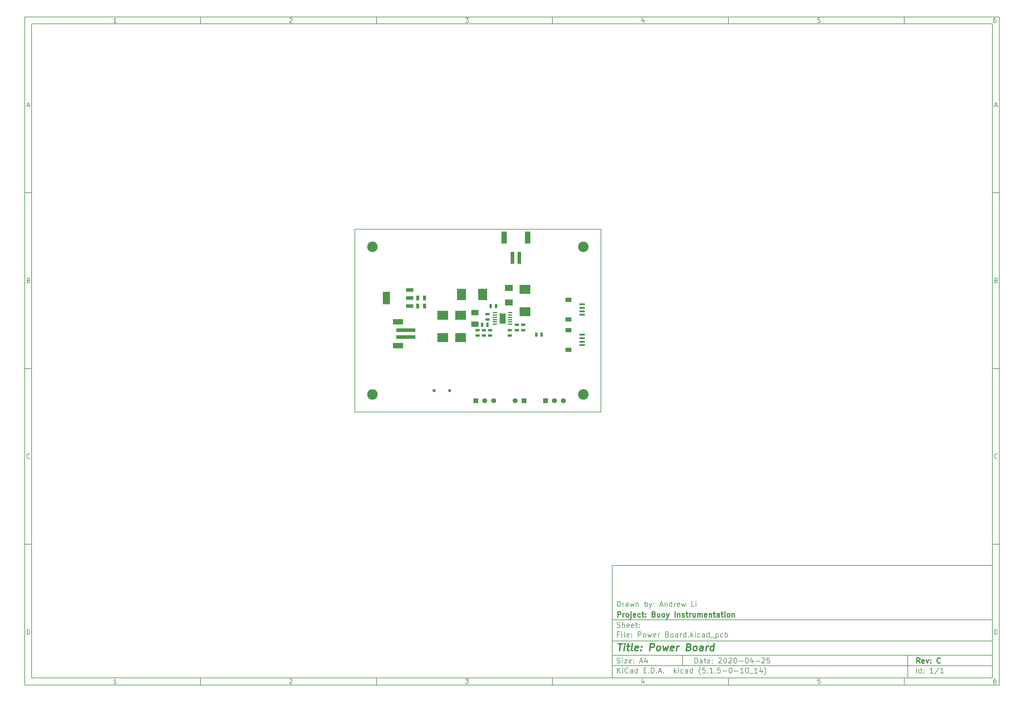
<source format=gbs>
G04 #@! TF.GenerationSoftware,KiCad,Pcbnew,(5.1.5-0-10_14)*
G04 #@! TF.CreationDate,2020-04-26T15:29:48+12:00*
G04 #@! TF.ProjectId,Power Board,506f7765-7220-4426-9f61-72642e6b6963,C*
G04 #@! TF.SameCoordinates,Original*
G04 #@! TF.FileFunction,Soldermask,Bot*
G04 #@! TF.FilePolarity,Negative*
%FSLAX46Y46*%
G04 Gerber Fmt 4.6, Leading zero omitted, Abs format (unit mm)*
G04 Created by KiCad (PCBNEW (5.1.5-0-10_14)) date 2020-04-26 15:29:48*
%MOMM*%
%LPD*%
G04 APERTURE LIST*
%ADD10C,0.100000*%
%ADD11C,0.150000*%
%ADD12C,0.300000*%
%ADD13C,0.400000*%
%ADD14C,0.200000*%
%ADD15C,3.000000*%
%ADD16R,1.500000X3.400000*%
%ADD17R,1.000000X3.500000*%
%ADD18C,0.899160*%
%ADD19R,2.500000X3.250000*%
%ADD20C,1.397000*%
%ADD21R,1.397000X1.397000*%
%ADD22R,3.000000X1.600000*%
%ADD23R,5.500000X1.000000*%
%ADD24R,2.032000X1.016000*%
%ADD25R,2.032000X3.657600*%
%ADD26R,2.199640X1.800000*%
%ADD27R,1.651000X2.845000*%
%ADD28R,1.270000X0.381000*%
%ADD29R,1.800000X1.200000*%
%ADD30R,1.500000X0.600000*%
%ADD31R,2.032000X1.524000*%
%ADD32R,0.889000X1.397000*%
%ADD33R,1.143000X0.635000*%
%ADD34R,0.635000X1.143000*%
%ADD35R,3.100000X2.600000*%
G04 APERTURE END LIST*
D10*
D11*
X177002200Y-166007200D02*
X177002200Y-198007200D01*
X285002200Y-198007200D01*
X285002200Y-166007200D01*
X177002200Y-166007200D01*
D10*
D11*
X10000000Y-10000000D02*
X10000000Y-200007200D01*
X287002200Y-200007200D01*
X287002200Y-10000000D01*
X10000000Y-10000000D01*
D10*
D11*
X12000000Y-12000000D02*
X12000000Y-198007200D01*
X285002200Y-198007200D01*
X285002200Y-12000000D01*
X12000000Y-12000000D01*
D10*
D11*
X60000000Y-12000000D02*
X60000000Y-10000000D01*
D10*
D11*
X110000000Y-12000000D02*
X110000000Y-10000000D01*
D10*
D11*
X160000000Y-12000000D02*
X160000000Y-10000000D01*
D10*
D11*
X210000000Y-12000000D02*
X210000000Y-10000000D01*
D10*
D11*
X260000000Y-12000000D02*
X260000000Y-10000000D01*
D10*
D11*
X36065476Y-11588095D02*
X35322619Y-11588095D01*
X35694047Y-11588095D02*
X35694047Y-10288095D01*
X35570238Y-10473809D01*
X35446428Y-10597619D01*
X35322619Y-10659523D01*
D10*
D11*
X85322619Y-10411904D02*
X85384523Y-10350000D01*
X85508333Y-10288095D01*
X85817857Y-10288095D01*
X85941666Y-10350000D01*
X86003571Y-10411904D01*
X86065476Y-10535714D01*
X86065476Y-10659523D01*
X86003571Y-10845238D01*
X85260714Y-11588095D01*
X86065476Y-11588095D01*
D10*
D11*
X135260714Y-10288095D02*
X136065476Y-10288095D01*
X135632142Y-10783333D01*
X135817857Y-10783333D01*
X135941666Y-10845238D01*
X136003571Y-10907142D01*
X136065476Y-11030952D01*
X136065476Y-11340476D01*
X136003571Y-11464285D01*
X135941666Y-11526190D01*
X135817857Y-11588095D01*
X135446428Y-11588095D01*
X135322619Y-11526190D01*
X135260714Y-11464285D01*
D10*
D11*
X185941666Y-10721428D02*
X185941666Y-11588095D01*
X185632142Y-10226190D02*
X185322619Y-11154761D01*
X186127380Y-11154761D01*
D10*
D11*
X236003571Y-10288095D02*
X235384523Y-10288095D01*
X235322619Y-10907142D01*
X235384523Y-10845238D01*
X235508333Y-10783333D01*
X235817857Y-10783333D01*
X235941666Y-10845238D01*
X236003571Y-10907142D01*
X236065476Y-11030952D01*
X236065476Y-11340476D01*
X236003571Y-11464285D01*
X235941666Y-11526190D01*
X235817857Y-11588095D01*
X235508333Y-11588095D01*
X235384523Y-11526190D01*
X235322619Y-11464285D01*
D10*
D11*
X285941666Y-10288095D02*
X285694047Y-10288095D01*
X285570238Y-10350000D01*
X285508333Y-10411904D01*
X285384523Y-10597619D01*
X285322619Y-10845238D01*
X285322619Y-11340476D01*
X285384523Y-11464285D01*
X285446428Y-11526190D01*
X285570238Y-11588095D01*
X285817857Y-11588095D01*
X285941666Y-11526190D01*
X286003571Y-11464285D01*
X286065476Y-11340476D01*
X286065476Y-11030952D01*
X286003571Y-10907142D01*
X285941666Y-10845238D01*
X285817857Y-10783333D01*
X285570238Y-10783333D01*
X285446428Y-10845238D01*
X285384523Y-10907142D01*
X285322619Y-11030952D01*
D10*
D11*
X60000000Y-198007200D02*
X60000000Y-200007200D01*
D10*
D11*
X110000000Y-198007200D02*
X110000000Y-200007200D01*
D10*
D11*
X160000000Y-198007200D02*
X160000000Y-200007200D01*
D10*
D11*
X210000000Y-198007200D02*
X210000000Y-200007200D01*
D10*
D11*
X260000000Y-198007200D02*
X260000000Y-200007200D01*
D10*
D11*
X36065476Y-199595295D02*
X35322619Y-199595295D01*
X35694047Y-199595295D02*
X35694047Y-198295295D01*
X35570238Y-198481009D01*
X35446428Y-198604819D01*
X35322619Y-198666723D01*
D10*
D11*
X85322619Y-198419104D02*
X85384523Y-198357200D01*
X85508333Y-198295295D01*
X85817857Y-198295295D01*
X85941666Y-198357200D01*
X86003571Y-198419104D01*
X86065476Y-198542914D01*
X86065476Y-198666723D01*
X86003571Y-198852438D01*
X85260714Y-199595295D01*
X86065476Y-199595295D01*
D10*
D11*
X135260714Y-198295295D02*
X136065476Y-198295295D01*
X135632142Y-198790533D01*
X135817857Y-198790533D01*
X135941666Y-198852438D01*
X136003571Y-198914342D01*
X136065476Y-199038152D01*
X136065476Y-199347676D01*
X136003571Y-199471485D01*
X135941666Y-199533390D01*
X135817857Y-199595295D01*
X135446428Y-199595295D01*
X135322619Y-199533390D01*
X135260714Y-199471485D01*
D10*
D11*
X185941666Y-198728628D02*
X185941666Y-199595295D01*
X185632142Y-198233390D02*
X185322619Y-199161961D01*
X186127380Y-199161961D01*
D10*
D11*
X236003571Y-198295295D02*
X235384523Y-198295295D01*
X235322619Y-198914342D01*
X235384523Y-198852438D01*
X235508333Y-198790533D01*
X235817857Y-198790533D01*
X235941666Y-198852438D01*
X236003571Y-198914342D01*
X236065476Y-199038152D01*
X236065476Y-199347676D01*
X236003571Y-199471485D01*
X235941666Y-199533390D01*
X235817857Y-199595295D01*
X235508333Y-199595295D01*
X235384523Y-199533390D01*
X235322619Y-199471485D01*
D10*
D11*
X285941666Y-198295295D02*
X285694047Y-198295295D01*
X285570238Y-198357200D01*
X285508333Y-198419104D01*
X285384523Y-198604819D01*
X285322619Y-198852438D01*
X285322619Y-199347676D01*
X285384523Y-199471485D01*
X285446428Y-199533390D01*
X285570238Y-199595295D01*
X285817857Y-199595295D01*
X285941666Y-199533390D01*
X286003571Y-199471485D01*
X286065476Y-199347676D01*
X286065476Y-199038152D01*
X286003571Y-198914342D01*
X285941666Y-198852438D01*
X285817857Y-198790533D01*
X285570238Y-198790533D01*
X285446428Y-198852438D01*
X285384523Y-198914342D01*
X285322619Y-199038152D01*
D10*
D11*
X10000000Y-60000000D02*
X12000000Y-60000000D01*
D10*
D11*
X10000000Y-110000000D02*
X12000000Y-110000000D01*
D10*
D11*
X10000000Y-160000000D02*
X12000000Y-160000000D01*
D10*
D11*
X10690476Y-35216666D02*
X11309523Y-35216666D01*
X10566666Y-35588095D02*
X11000000Y-34288095D01*
X11433333Y-35588095D01*
D10*
D11*
X11092857Y-84907142D02*
X11278571Y-84969047D01*
X11340476Y-85030952D01*
X11402380Y-85154761D01*
X11402380Y-85340476D01*
X11340476Y-85464285D01*
X11278571Y-85526190D01*
X11154761Y-85588095D01*
X10659523Y-85588095D01*
X10659523Y-84288095D01*
X11092857Y-84288095D01*
X11216666Y-84350000D01*
X11278571Y-84411904D01*
X11340476Y-84535714D01*
X11340476Y-84659523D01*
X11278571Y-84783333D01*
X11216666Y-84845238D01*
X11092857Y-84907142D01*
X10659523Y-84907142D01*
D10*
D11*
X11402380Y-135464285D02*
X11340476Y-135526190D01*
X11154761Y-135588095D01*
X11030952Y-135588095D01*
X10845238Y-135526190D01*
X10721428Y-135402380D01*
X10659523Y-135278571D01*
X10597619Y-135030952D01*
X10597619Y-134845238D01*
X10659523Y-134597619D01*
X10721428Y-134473809D01*
X10845238Y-134350000D01*
X11030952Y-134288095D01*
X11154761Y-134288095D01*
X11340476Y-134350000D01*
X11402380Y-134411904D01*
D10*
D11*
X10659523Y-185588095D02*
X10659523Y-184288095D01*
X10969047Y-184288095D01*
X11154761Y-184350000D01*
X11278571Y-184473809D01*
X11340476Y-184597619D01*
X11402380Y-184845238D01*
X11402380Y-185030952D01*
X11340476Y-185278571D01*
X11278571Y-185402380D01*
X11154761Y-185526190D01*
X10969047Y-185588095D01*
X10659523Y-185588095D01*
D10*
D11*
X287002200Y-60000000D02*
X285002200Y-60000000D01*
D10*
D11*
X287002200Y-110000000D02*
X285002200Y-110000000D01*
D10*
D11*
X287002200Y-160000000D02*
X285002200Y-160000000D01*
D10*
D11*
X285692676Y-35216666D02*
X286311723Y-35216666D01*
X285568866Y-35588095D02*
X286002200Y-34288095D01*
X286435533Y-35588095D01*
D10*
D11*
X286095057Y-84907142D02*
X286280771Y-84969047D01*
X286342676Y-85030952D01*
X286404580Y-85154761D01*
X286404580Y-85340476D01*
X286342676Y-85464285D01*
X286280771Y-85526190D01*
X286156961Y-85588095D01*
X285661723Y-85588095D01*
X285661723Y-84288095D01*
X286095057Y-84288095D01*
X286218866Y-84350000D01*
X286280771Y-84411904D01*
X286342676Y-84535714D01*
X286342676Y-84659523D01*
X286280771Y-84783333D01*
X286218866Y-84845238D01*
X286095057Y-84907142D01*
X285661723Y-84907142D01*
D10*
D11*
X286404580Y-135464285D02*
X286342676Y-135526190D01*
X286156961Y-135588095D01*
X286033152Y-135588095D01*
X285847438Y-135526190D01*
X285723628Y-135402380D01*
X285661723Y-135278571D01*
X285599819Y-135030952D01*
X285599819Y-134845238D01*
X285661723Y-134597619D01*
X285723628Y-134473809D01*
X285847438Y-134350000D01*
X286033152Y-134288095D01*
X286156961Y-134288095D01*
X286342676Y-134350000D01*
X286404580Y-134411904D01*
D10*
D11*
X285661723Y-185588095D02*
X285661723Y-184288095D01*
X285971247Y-184288095D01*
X286156961Y-184350000D01*
X286280771Y-184473809D01*
X286342676Y-184597619D01*
X286404580Y-184845238D01*
X286404580Y-185030952D01*
X286342676Y-185278571D01*
X286280771Y-185402380D01*
X286156961Y-185526190D01*
X285971247Y-185588095D01*
X285661723Y-185588095D01*
D10*
D11*
X200434342Y-193785771D02*
X200434342Y-192285771D01*
X200791485Y-192285771D01*
X201005771Y-192357200D01*
X201148628Y-192500057D01*
X201220057Y-192642914D01*
X201291485Y-192928628D01*
X201291485Y-193142914D01*
X201220057Y-193428628D01*
X201148628Y-193571485D01*
X201005771Y-193714342D01*
X200791485Y-193785771D01*
X200434342Y-193785771D01*
X202577200Y-193785771D02*
X202577200Y-193000057D01*
X202505771Y-192857200D01*
X202362914Y-192785771D01*
X202077200Y-192785771D01*
X201934342Y-192857200D01*
X202577200Y-193714342D02*
X202434342Y-193785771D01*
X202077200Y-193785771D01*
X201934342Y-193714342D01*
X201862914Y-193571485D01*
X201862914Y-193428628D01*
X201934342Y-193285771D01*
X202077200Y-193214342D01*
X202434342Y-193214342D01*
X202577200Y-193142914D01*
X203077200Y-192785771D02*
X203648628Y-192785771D01*
X203291485Y-192285771D02*
X203291485Y-193571485D01*
X203362914Y-193714342D01*
X203505771Y-193785771D01*
X203648628Y-193785771D01*
X204720057Y-193714342D02*
X204577200Y-193785771D01*
X204291485Y-193785771D01*
X204148628Y-193714342D01*
X204077200Y-193571485D01*
X204077200Y-193000057D01*
X204148628Y-192857200D01*
X204291485Y-192785771D01*
X204577200Y-192785771D01*
X204720057Y-192857200D01*
X204791485Y-193000057D01*
X204791485Y-193142914D01*
X204077200Y-193285771D01*
X205434342Y-193642914D02*
X205505771Y-193714342D01*
X205434342Y-193785771D01*
X205362914Y-193714342D01*
X205434342Y-193642914D01*
X205434342Y-193785771D01*
X205434342Y-192857200D02*
X205505771Y-192928628D01*
X205434342Y-193000057D01*
X205362914Y-192928628D01*
X205434342Y-192857200D01*
X205434342Y-193000057D01*
X207220057Y-192428628D02*
X207291485Y-192357200D01*
X207434342Y-192285771D01*
X207791485Y-192285771D01*
X207934342Y-192357200D01*
X208005771Y-192428628D01*
X208077200Y-192571485D01*
X208077200Y-192714342D01*
X208005771Y-192928628D01*
X207148628Y-193785771D01*
X208077200Y-193785771D01*
X209005771Y-192285771D02*
X209148628Y-192285771D01*
X209291485Y-192357200D01*
X209362914Y-192428628D01*
X209434342Y-192571485D01*
X209505771Y-192857200D01*
X209505771Y-193214342D01*
X209434342Y-193500057D01*
X209362914Y-193642914D01*
X209291485Y-193714342D01*
X209148628Y-193785771D01*
X209005771Y-193785771D01*
X208862914Y-193714342D01*
X208791485Y-193642914D01*
X208720057Y-193500057D01*
X208648628Y-193214342D01*
X208648628Y-192857200D01*
X208720057Y-192571485D01*
X208791485Y-192428628D01*
X208862914Y-192357200D01*
X209005771Y-192285771D01*
X210077200Y-192428628D02*
X210148628Y-192357200D01*
X210291485Y-192285771D01*
X210648628Y-192285771D01*
X210791485Y-192357200D01*
X210862914Y-192428628D01*
X210934342Y-192571485D01*
X210934342Y-192714342D01*
X210862914Y-192928628D01*
X210005771Y-193785771D01*
X210934342Y-193785771D01*
X211862914Y-192285771D02*
X212005771Y-192285771D01*
X212148628Y-192357200D01*
X212220057Y-192428628D01*
X212291485Y-192571485D01*
X212362914Y-192857200D01*
X212362914Y-193214342D01*
X212291485Y-193500057D01*
X212220057Y-193642914D01*
X212148628Y-193714342D01*
X212005771Y-193785771D01*
X211862914Y-193785771D01*
X211720057Y-193714342D01*
X211648628Y-193642914D01*
X211577200Y-193500057D01*
X211505771Y-193214342D01*
X211505771Y-192857200D01*
X211577200Y-192571485D01*
X211648628Y-192428628D01*
X211720057Y-192357200D01*
X211862914Y-192285771D01*
X213005771Y-193214342D02*
X214148628Y-193214342D01*
X215148628Y-192285771D02*
X215291485Y-192285771D01*
X215434342Y-192357200D01*
X215505771Y-192428628D01*
X215577200Y-192571485D01*
X215648628Y-192857200D01*
X215648628Y-193214342D01*
X215577200Y-193500057D01*
X215505771Y-193642914D01*
X215434342Y-193714342D01*
X215291485Y-193785771D01*
X215148628Y-193785771D01*
X215005771Y-193714342D01*
X214934342Y-193642914D01*
X214862914Y-193500057D01*
X214791485Y-193214342D01*
X214791485Y-192857200D01*
X214862914Y-192571485D01*
X214934342Y-192428628D01*
X215005771Y-192357200D01*
X215148628Y-192285771D01*
X216934342Y-192785771D02*
X216934342Y-193785771D01*
X216577200Y-192214342D02*
X216220057Y-193285771D01*
X217148628Y-193285771D01*
X217720057Y-193214342D02*
X218862914Y-193214342D01*
X219505771Y-192428628D02*
X219577200Y-192357200D01*
X219720057Y-192285771D01*
X220077200Y-192285771D01*
X220220057Y-192357200D01*
X220291485Y-192428628D01*
X220362914Y-192571485D01*
X220362914Y-192714342D01*
X220291485Y-192928628D01*
X219434342Y-193785771D01*
X220362914Y-193785771D01*
X221720057Y-192285771D02*
X221005771Y-192285771D01*
X220934342Y-193000057D01*
X221005771Y-192928628D01*
X221148628Y-192857200D01*
X221505771Y-192857200D01*
X221648628Y-192928628D01*
X221720057Y-193000057D01*
X221791485Y-193142914D01*
X221791485Y-193500057D01*
X221720057Y-193642914D01*
X221648628Y-193714342D01*
X221505771Y-193785771D01*
X221148628Y-193785771D01*
X221005771Y-193714342D01*
X220934342Y-193642914D01*
D10*
D11*
X177002200Y-194507200D02*
X285002200Y-194507200D01*
D10*
D11*
X178434342Y-196585771D02*
X178434342Y-195085771D01*
X179291485Y-196585771D02*
X178648628Y-195728628D01*
X179291485Y-195085771D02*
X178434342Y-195942914D01*
X179934342Y-196585771D02*
X179934342Y-195585771D01*
X179934342Y-195085771D02*
X179862914Y-195157200D01*
X179934342Y-195228628D01*
X180005771Y-195157200D01*
X179934342Y-195085771D01*
X179934342Y-195228628D01*
X181505771Y-196442914D02*
X181434342Y-196514342D01*
X181220057Y-196585771D01*
X181077200Y-196585771D01*
X180862914Y-196514342D01*
X180720057Y-196371485D01*
X180648628Y-196228628D01*
X180577200Y-195942914D01*
X180577200Y-195728628D01*
X180648628Y-195442914D01*
X180720057Y-195300057D01*
X180862914Y-195157200D01*
X181077200Y-195085771D01*
X181220057Y-195085771D01*
X181434342Y-195157200D01*
X181505771Y-195228628D01*
X182791485Y-196585771D02*
X182791485Y-195800057D01*
X182720057Y-195657200D01*
X182577200Y-195585771D01*
X182291485Y-195585771D01*
X182148628Y-195657200D01*
X182791485Y-196514342D02*
X182648628Y-196585771D01*
X182291485Y-196585771D01*
X182148628Y-196514342D01*
X182077200Y-196371485D01*
X182077200Y-196228628D01*
X182148628Y-196085771D01*
X182291485Y-196014342D01*
X182648628Y-196014342D01*
X182791485Y-195942914D01*
X184148628Y-196585771D02*
X184148628Y-195085771D01*
X184148628Y-196514342D02*
X184005771Y-196585771D01*
X183720057Y-196585771D01*
X183577200Y-196514342D01*
X183505771Y-196442914D01*
X183434342Y-196300057D01*
X183434342Y-195871485D01*
X183505771Y-195728628D01*
X183577200Y-195657200D01*
X183720057Y-195585771D01*
X184005771Y-195585771D01*
X184148628Y-195657200D01*
X186005771Y-195800057D02*
X186505771Y-195800057D01*
X186720057Y-196585771D02*
X186005771Y-196585771D01*
X186005771Y-195085771D01*
X186720057Y-195085771D01*
X187362914Y-196442914D02*
X187434342Y-196514342D01*
X187362914Y-196585771D01*
X187291485Y-196514342D01*
X187362914Y-196442914D01*
X187362914Y-196585771D01*
X188077200Y-196585771D02*
X188077200Y-195085771D01*
X188434342Y-195085771D01*
X188648628Y-195157200D01*
X188791485Y-195300057D01*
X188862914Y-195442914D01*
X188934342Y-195728628D01*
X188934342Y-195942914D01*
X188862914Y-196228628D01*
X188791485Y-196371485D01*
X188648628Y-196514342D01*
X188434342Y-196585771D01*
X188077200Y-196585771D01*
X189577200Y-196442914D02*
X189648628Y-196514342D01*
X189577200Y-196585771D01*
X189505771Y-196514342D01*
X189577200Y-196442914D01*
X189577200Y-196585771D01*
X190220057Y-196157200D02*
X190934342Y-196157200D01*
X190077200Y-196585771D02*
X190577200Y-195085771D01*
X191077200Y-196585771D01*
X191577200Y-196442914D02*
X191648628Y-196514342D01*
X191577200Y-196585771D01*
X191505771Y-196514342D01*
X191577200Y-196442914D01*
X191577200Y-196585771D01*
X194577200Y-196585771D02*
X194577200Y-195085771D01*
X194720057Y-196014342D02*
X195148628Y-196585771D01*
X195148628Y-195585771D02*
X194577200Y-196157200D01*
X195791485Y-196585771D02*
X195791485Y-195585771D01*
X195791485Y-195085771D02*
X195720057Y-195157200D01*
X195791485Y-195228628D01*
X195862914Y-195157200D01*
X195791485Y-195085771D01*
X195791485Y-195228628D01*
X197148628Y-196514342D02*
X197005771Y-196585771D01*
X196720057Y-196585771D01*
X196577200Y-196514342D01*
X196505771Y-196442914D01*
X196434342Y-196300057D01*
X196434342Y-195871485D01*
X196505771Y-195728628D01*
X196577200Y-195657200D01*
X196720057Y-195585771D01*
X197005771Y-195585771D01*
X197148628Y-195657200D01*
X198434342Y-196585771D02*
X198434342Y-195800057D01*
X198362914Y-195657200D01*
X198220057Y-195585771D01*
X197934342Y-195585771D01*
X197791485Y-195657200D01*
X198434342Y-196514342D02*
X198291485Y-196585771D01*
X197934342Y-196585771D01*
X197791485Y-196514342D01*
X197720057Y-196371485D01*
X197720057Y-196228628D01*
X197791485Y-196085771D01*
X197934342Y-196014342D01*
X198291485Y-196014342D01*
X198434342Y-195942914D01*
X199791485Y-196585771D02*
X199791485Y-195085771D01*
X199791485Y-196514342D02*
X199648628Y-196585771D01*
X199362914Y-196585771D01*
X199220057Y-196514342D01*
X199148628Y-196442914D01*
X199077200Y-196300057D01*
X199077200Y-195871485D01*
X199148628Y-195728628D01*
X199220057Y-195657200D01*
X199362914Y-195585771D01*
X199648628Y-195585771D01*
X199791485Y-195657200D01*
X202077200Y-197157200D02*
X202005771Y-197085771D01*
X201862914Y-196871485D01*
X201791485Y-196728628D01*
X201720057Y-196514342D01*
X201648628Y-196157200D01*
X201648628Y-195871485D01*
X201720057Y-195514342D01*
X201791485Y-195300057D01*
X201862914Y-195157200D01*
X202005771Y-194942914D01*
X202077200Y-194871485D01*
X203362914Y-195085771D02*
X202648628Y-195085771D01*
X202577200Y-195800057D01*
X202648628Y-195728628D01*
X202791485Y-195657200D01*
X203148628Y-195657200D01*
X203291485Y-195728628D01*
X203362914Y-195800057D01*
X203434342Y-195942914D01*
X203434342Y-196300057D01*
X203362914Y-196442914D01*
X203291485Y-196514342D01*
X203148628Y-196585771D01*
X202791485Y-196585771D01*
X202648628Y-196514342D01*
X202577200Y-196442914D01*
X204077200Y-196442914D02*
X204148628Y-196514342D01*
X204077200Y-196585771D01*
X204005771Y-196514342D01*
X204077200Y-196442914D01*
X204077200Y-196585771D01*
X205577200Y-196585771D02*
X204720057Y-196585771D01*
X205148628Y-196585771D02*
X205148628Y-195085771D01*
X205005771Y-195300057D01*
X204862914Y-195442914D01*
X204720057Y-195514342D01*
X206220057Y-196442914D02*
X206291485Y-196514342D01*
X206220057Y-196585771D01*
X206148628Y-196514342D01*
X206220057Y-196442914D01*
X206220057Y-196585771D01*
X207648628Y-195085771D02*
X206934342Y-195085771D01*
X206862914Y-195800057D01*
X206934342Y-195728628D01*
X207077200Y-195657200D01*
X207434342Y-195657200D01*
X207577200Y-195728628D01*
X207648628Y-195800057D01*
X207720057Y-195942914D01*
X207720057Y-196300057D01*
X207648628Y-196442914D01*
X207577200Y-196514342D01*
X207434342Y-196585771D01*
X207077200Y-196585771D01*
X206934342Y-196514342D01*
X206862914Y-196442914D01*
X208362914Y-196014342D02*
X209505771Y-196014342D01*
X210505771Y-195085771D02*
X210648628Y-195085771D01*
X210791485Y-195157200D01*
X210862914Y-195228628D01*
X210934342Y-195371485D01*
X211005771Y-195657200D01*
X211005771Y-196014342D01*
X210934342Y-196300057D01*
X210862914Y-196442914D01*
X210791485Y-196514342D01*
X210648628Y-196585771D01*
X210505771Y-196585771D01*
X210362914Y-196514342D01*
X210291485Y-196442914D01*
X210220057Y-196300057D01*
X210148628Y-196014342D01*
X210148628Y-195657200D01*
X210220057Y-195371485D01*
X210291485Y-195228628D01*
X210362914Y-195157200D01*
X210505771Y-195085771D01*
X211648628Y-196014342D02*
X212791485Y-196014342D01*
X214291485Y-196585771D02*
X213434342Y-196585771D01*
X213862914Y-196585771D02*
X213862914Y-195085771D01*
X213720057Y-195300057D01*
X213577200Y-195442914D01*
X213434342Y-195514342D01*
X215220057Y-195085771D02*
X215362914Y-195085771D01*
X215505771Y-195157200D01*
X215577200Y-195228628D01*
X215648628Y-195371485D01*
X215720057Y-195657200D01*
X215720057Y-196014342D01*
X215648628Y-196300057D01*
X215577200Y-196442914D01*
X215505771Y-196514342D01*
X215362914Y-196585771D01*
X215220057Y-196585771D01*
X215077200Y-196514342D01*
X215005771Y-196442914D01*
X214934342Y-196300057D01*
X214862914Y-196014342D01*
X214862914Y-195657200D01*
X214934342Y-195371485D01*
X215005771Y-195228628D01*
X215077200Y-195157200D01*
X215220057Y-195085771D01*
X216005771Y-196728628D02*
X217148628Y-196728628D01*
X218291485Y-196585771D02*
X217434342Y-196585771D01*
X217862914Y-196585771D02*
X217862914Y-195085771D01*
X217720057Y-195300057D01*
X217577200Y-195442914D01*
X217434342Y-195514342D01*
X219577200Y-195585771D02*
X219577200Y-196585771D01*
X219220057Y-195014342D02*
X218862914Y-196085771D01*
X219791485Y-196085771D01*
X220220057Y-197157200D02*
X220291485Y-197085771D01*
X220434342Y-196871485D01*
X220505771Y-196728628D01*
X220577200Y-196514342D01*
X220648628Y-196157200D01*
X220648628Y-195871485D01*
X220577200Y-195514342D01*
X220505771Y-195300057D01*
X220434342Y-195157200D01*
X220291485Y-194942914D01*
X220220057Y-194871485D01*
D10*
D11*
X177002200Y-191507200D02*
X285002200Y-191507200D01*
D10*
D12*
X264411485Y-193785771D02*
X263911485Y-193071485D01*
X263554342Y-193785771D02*
X263554342Y-192285771D01*
X264125771Y-192285771D01*
X264268628Y-192357200D01*
X264340057Y-192428628D01*
X264411485Y-192571485D01*
X264411485Y-192785771D01*
X264340057Y-192928628D01*
X264268628Y-193000057D01*
X264125771Y-193071485D01*
X263554342Y-193071485D01*
X265625771Y-193714342D02*
X265482914Y-193785771D01*
X265197200Y-193785771D01*
X265054342Y-193714342D01*
X264982914Y-193571485D01*
X264982914Y-193000057D01*
X265054342Y-192857200D01*
X265197200Y-192785771D01*
X265482914Y-192785771D01*
X265625771Y-192857200D01*
X265697200Y-193000057D01*
X265697200Y-193142914D01*
X264982914Y-193285771D01*
X266197200Y-192785771D02*
X266554342Y-193785771D01*
X266911485Y-192785771D01*
X267482914Y-193642914D02*
X267554342Y-193714342D01*
X267482914Y-193785771D01*
X267411485Y-193714342D01*
X267482914Y-193642914D01*
X267482914Y-193785771D01*
X267482914Y-192857200D02*
X267554342Y-192928628D01*
X267482914Y-193000057D01*
X267411485Y-192928628D01*
X267482914Y-192857200D01*
X267482914Y-193000057D01*
X270197200Y-193642914D02*
X270125771Y-193714342D01*
X269911485Y-193785771D01*
X269768628Y-193785771D01*
X269554342Y-193714342D01*
X269411485Y-193571485D01*
X269340057Y-193428628D01*
X269268628Y-193142914D01*
X269268628Y-192928628D01*
X269340057Y-192642914D01*
X269411485Y-192500057D01*
X269554342Y-192357200D01*
X269768628Y-192285771D01*
X269911485Y-192285771D01*
X270125771Y-192357200D01*
X270197200Y-192428628D01*
D10*
D11*
X178362914Y-193714342D02*
X178577200Y-193785771D01*
X178934342Y-193785771D01*
X179077200Y-193714342D01*
X179148628Y-193642914D01*
X179220057Y-193500057D01*
X179220057Y-193357200D01*
X179148628Y-193214342D01*
X179077200Y-193142914D01*
X178934342Y-193071485D01*
X178648628Y-193000057D01*
X178505771Y-192928628D01*
X178434342Y-192857200D01*
X178362914Y-192714342D01*
X178362914Y-192571485D01*
X178434342Y-192428628D01*
X178505771Y-192357200D01*
X178648628Y-192285771D01*
X179005771Y-192285771D01*
X179220057Y-192357200D01*
X179862914Y-193785771D02*
X179862914Y-192785771D01*
X179862914Y-192285771D02*
X179791485Y-192357200D01*
X179862914Y-192428628D01*
X179934342Y-192357200D01*
X179862914Y-192285771D01*
X179862914Y-192428628D01*
X180434342Y-192785771D02*
X181220057Y-192785771D01*
X180434342Y-193785771D01*
X181220057Y-193785771D01*
X182362914Y-193714342D02*
X182220057Y-193785771D01*
X181934342Y-193785771D01*
X181791485Y-193714342D01*
X181720057Y-193571485D01*
X181720057Y-193000057D01*
X181791485Y-192857200D01*
X181934342Y-192785771D01*
X182220057Y-192785771D01*
X182362914Y-192857200D01*
X182434342Y-193000057D01*
X182434342Y-193142914D01*
X181720057Y-193285771D01*
X183077200Y-193642914D02*
X183148628Y-193714342D01*
X183077200Y-193785771D01*
X183005771Y-193714342D01*
X183077200Y-193642914D01*
X183077200Y-193785771D01*
X183077200Y-192857200D02*
X183148628Y-192928628D01*
X183077200Y-193000057D01*
X183005771Y-192928628D01*
X183077200Y-192857200D01*
X183077200Y-193000057D01*
X184862914Y-193357200D02*
X185577200Y-193357200D01*
X184720057Y-193785771D02*
X185220057Y-192285771D01*
X185720057Y-193785771D01*
X186862914Y-192785771D02*
X186862914Y-193785771D01*
X186505771Y-192214342D02*
X186148628Y-193285771D01*
X187077200Y-193285771D01*
D10*
D11*
X263434342Y-196585771D02*
X263434342Y-195085771D01*
X264791485Y-196585771D02*
X264791485Y-195085771D01*
X264791485Y-196514342D02*
X264648628Y-196585771D01*
X264362914Y-196585771D01*
X264220057Y-196514342D01*
X264148628Y-196442914D01*
X264077200Y-196300057D01*
X264077200Y-195871485D01*
X264148628Y-195728628D01*
X264220057Y-195657200D01*
X264362914Y-195585771D01*
X264648628Y-195585771D01*
X264791485Y-195657200D01*
X265505771Y-196442914D02*
X265577200Y-196514342D01*
X265505771Y-196585771D01*
X265434342Y-196514342D01*
X265505771Y-196442914D01*
X265505771Y-196585771D01*
X265505771Y-195657200D02*
X265577200Y-195728628D01*
X265505771Y-195800057D01*
X265434342Y-195728628D01*
X265505771Y-195657200D01*
X265505771Y-195800057D01*
X268148628Y-196585771D02*
X267291485Y-196585771D01*
X267720057Y-196585771D02*
X267720057Y-195085771D01*
X267577200Y-195300057D01*
X267434342Y-195442914D01*
X267291485Y-195514342D01*
X269862914Y-195014342D02*
X268577200Y-196942914D01*
X271148628Y-196585771D02*
X270291485Y-196585771D01*
X270720057Y-196585771D02*
X270720057Y-195085771D01*
X270577200Y-195300057D01*
X270434342Y-195442914D01*
X270291485Y-195514342D01*
D10*
D11*
X177002200Y-187507200D02*
X285002200Y-187507200D01*
D10*
D13*
X178714580Y-188211961D02*
X179857438Y-188211961D01*
X179036009Y-190211961D02*
X179286009Y-188211961D01*
X180274104Y-190211961D02*
X180440771Y-188878628D01*
X180524104Y-188211961D02*
X180416961Y-188307200D01*
X180500295Y-188402438D01*
X180607438Y-188307200D01*
X180524104Y-188211961D01*
X180500295Y-188402438D01*
X181107438Y-188878628D02*
X181869342Y-188878628D01*
X181476485Y-188211961D02*
X181262200Y-189926247D01*
X181333628Y-190116723D01*
X181512200Y-190211961D01*
X181702676Y-190211961D01*
X182655057Y-190211961D02*
X182476485Y-190116723D01*
X182405057Y-189926247D01*
X182619342Y-188211961D01*
X184190771Y-190116723D02*
X183988390Y-190211961D01*
X183607438Y-190211961D01*
X183428866Y-190116723D01*
X183357438Y-189926247D01*
X183452676Y-189164342D01*
X183571723Y-188973866D01*
X183774104Y-188878628D01*
X184155057Y-188878628D01*
X184333628Y-188973866D01*
X184405057Y-189164342D01*
X184381247Y-189354819D01*
X183405057Y-189545295D01*
X185155057Y-190021485D02*
X185238390Y-190116723D01*
X185131247Y-190211961D01*
X185047914Y-190116723D01*
X185155057Y-190021485D01*
X185131247Y-190211961D01*
X185286009Y-188973866D02*
X185369342Y-189069104D01*
X185262200Y-189164342D01*
X185178866Y-189069104D01*
X185286009Y-188973866D01*
X185262200Y-189164342D01*
X187607438Y-190211961D02*
X187857438Y-188211961D01*
X188619342Y-188211961D01*
X188797914Y-188307200D01*
X188881247Y-188402438D01*
X188952676Y-188592914D01*
X188916961Y-188878628D01*
X188797914Y-189069104D01*
X188690771Y-189164342D01*
X188488390Y-189259580D01*
X187726485Y-189259580D01*
X189893152Y-190211961D02*
X189714580Y-190116723D01*
X189631247Y-190021485D01*
X189559819Y-189831009D01*
X189631247Y-189259580D01*
X189750295Y-189069104D01*
X189857438Y-188973866D01*
X190059819Y-188878628D01*
X190345533Y-188878628D01*
X190524104Y-188973866D01*
X190607438Y-189069104D01*
X190678866Y-189259580D01*
X190607438Y-189831009D01*
X190488390Y-190021485D01*
X190381247Y-190116723D01*
X190178866Y-190211961D01*
X189893152Y-190211961D01*
X191393152Y-188878628D02*
X191607438Y-190211961D01*
X192107438Y-189259580D01*
X192369342Y-190211961D01*
X192916961Y-188878628D01*
X194286009Y-190116723D02*
X194083628Y-190211961D01*
X193702676Y-190211961D01*
X193524104Y-190116723D01*
X193452676Y-189926247D01*
X193547914Y-189164342D01*
X193666961Y-188973866D01*
X193869342Y-188878628D01*
X194250295Y-188878628D01*
X194428866Y-188973866D01*
X194500295Y-189164342D01*
X194476485Y-189354819D01*
X193500295Y-189545295D01*
X195226485Y-190211961D02*
X195393152Y-188878628D01*
X195345533Y-189259580D02*
X195464580Y-189069104D01*
X195571723Y-188973866D01*
X195774104Y-188878628D01*
X195964580Y-188878628D01*
X198786009Y-189164342D02*
X199059819Y-189259580D01*
X199143152Y-189354819D01*
X199214580Y-189545295D01*
X199178866Y-189831009D01*
X199059819Y-190021485D01*
X198952676Y-190116723D01*
X198750295Y-190211961D01*
X197988390Y-190211961D01*
X198238390Y-188211961D01*
X198905057Y-188211961D01*
X199083628Y-188307200D01*
X199166961Y-188402438D01*
X199238390Y-188592914D01*
X199214580Y-188783390D01*
X199095533Y-188973866D01*
X198988390Y-189069104D01*
X198786009Y-189164342D01*
X198119342Y-189164342D01*
X200274104Y-190211961D02*
X200095533Y-190116723D01*
X200012200Y-190021485D01*
X199940771Y-189831009D01*
X200012200Y-189259580D01*
X200131247Y-189069104D01*
X200238390Y-188973866D01*
X200440771Y-188878628D01*
X200726485Y-188878628D01*
X200905057Y-188973866D01*
X200988390Y-189069104D01*
X201059819Y-189259580D01*
X200988390Y-189831009D01*
X200869342Y-190021485D01*
X200762200Y-190116723D01*
X200559819Y-190211961D01*
X200274104Y-190211961D01*
X202655057Y-190211961D02*
X202786009Y-189164342D01*
X202714580Y-188973866D01*
X202536009Y-188878628D01*
X202155057Y-188878628D01*
X201952676Y-188973866D01*
X202666961Y-190116723D02*
X202464580Y-190211961D01*
X201988390Y-190211961D01*
X201809819Y-190116723D01*
X201738390Y-189926247D01*
X201762200Y-189735771D01*
X201881247Y-189545295D01*
X202083628Y-189450057D01*
X202559819Y-189450057D01*
X202762200Y-189354819D01*
X203607438Y-190211961D02*
X203774104Y-188878628D01*
X203726485Y-189259580D02*
X203845533Y-189069104D01*
X203952676Y-188973866D01*
X204155057Y-188878628D01*
X204345533Y-188878628D01*
X205702676Y-190211961D02*
X205952676Y-188211961D01*
X205714580Y-190116723D02*
X205512200Y-190211961D01*
X205131247Y-190211961D01*
X204952676Y-190116723D01*
X204869342Y-190021485D01*
X204797914Y-189831009D01*
X204869342Y-189259580D01*
X204988390Y-189069104D01*
X205095533Y-188973866D01*
X205297914Y-188878628D01*
X205678866Y-188878628D01*
X205857438Y-188973866D01*
D10*
D11*
X178934342Y-185600057D02*
X178434342Y-185600057D01*
X178434342Y-186385771D02*
X178434342Y-184885771D01*
X179148628Y-184885771D01*
X179720057Y-186385771D02*
X179720057Y-185385771D01*
X179720057Y-184885771D02*
X179648628Y-184957200D01*
X179720057Y-185028628D01*
X179791485Y-184957200D01*
X179720057Y-184885771D01*
X179720057Y-185028628D01*
X180648628Y-186385771D02*
X180505771Y-186314342D01*
X180434342Y-186171485D01*
X180434342Y-184885771D01*
X181791485Y-186314342D02*
X181648628Y-186385771D01*
X181362914Y-186385771D01*
X181220057Y-186314342D01*
X181148628Y-186171485D01*
X181148628Y-185600057D01*
X181220057Y-185457200D01*
X181362914Y-185385771D01*
X181648628Y-185385771D01*
X181791485Y-185457200D01*
X181862914Y-185600057D01*
X181862914Y-185742914D01*
X181148628Y-185885771D01*
X182505771Y-186242914D02*
X182577200Y-186314342D01*
X182505771Y-186385771D01*
X182434342Y-186314342D01*
X182505771Y-186242914D01*
X182505771Y-186385771D01*
X182505771Y-185457200D02*
X182577200Y-185528628D01*
X182505771Y-185600057D01*
X182434342Y-185528628D01*
X182505771Y-185457200D01*
X182505771Y-185600057D01*
X184362914Y-186385771D02*
X184362914Y-184885771D01*
X184934342Y-184885771D01*
X185077200Y-184957200D01*
X185148628Y-185028628D01*
X185220057Y-185171485D01*
X185220057Y-185385771D01*
X185148628Y-185528628D01*
X185077200Y-185600057D01*
X184934342Y-185671485D01*
X184362914Y-185671485D01*
X186077200Y-186385771D02*
X185934342Y-186314342D01*
X185862914Y-186242914D01*
X185791485Y-186100057D01*
X185791485Y-185671485D01*
X185862914Y-185528628D01*
X185934342Y-185457200D01*
X186077200Y-185385771D01*
X186291485Y-185385771D01*
X186434342Y-185457200D01*
X186505771Y-185528628D01*
X186577200Y-185671485D01*
X186577200Y-186100057D01*
X186505771Y-186242914D01*
X186434342Y-186314342D01*
X186291485Y-186385771D01*
X186077200Y-186385771D01*
X187077200Y-185385771D02*
X187362914Y-186385771D01*
X187648628Y-185671485D01*
X187934342Y-186385771D01*
X188220057Y-185385771D01*
X189362914Y-186314342D02*
X189220057Y-186385771D01*
X188934342Y-186385771D01*
X188791485Y-186314342D01*
X188720057Y-186171485D01*
X188720057Y-185600057D01*
X188791485Y-185457200D01*
X188934342Y-185385771D01*
X189220057Y-185385771D01*
X189362914Y-185457200D01*
X189434342Y-185600057D01*
X189434342Y-185742914D01*
X188720057Y-185885771D01*
X190077200Y-186385771D02*
X190077200Y-185385771D01*
X190077200Y-185671485D02*
X190148628Y-185528628D01*
X190220057Y-185457200D01*
X190362914Y-185385771D01*
X190505771Y-185385771D01*
X192648628Y-185600057D02*
X192862914Y-185671485D01*
X192934342Y-185742914D01*
X193005771Y-185885771D01*
X193005771Y-186100057D01*
X192934342Y-186242914D01*
X192862914Y-186314342D01*
X192720057Y-186385771D01*
X192148628Y-186385771D01*
X192148628Y-184885771D01*
X192648628Y-184885771D01*
X192791485Y-184957200D01*
X192862914Y-185028628D01*
X192934342Y-185171485D01*
X192934342Y-185314342D01*
X192862914Y-185457200D01*
X192791485Y-185528628D01*
X192648628Y-185600057D01*
X192148628Y-185600057D01*
X193862914Y-186385771D02*
X193720057Y-186314342D01*
X193648628Y-186242914D01*
X193577200Y-186100057D01*
X193577200Y-185671485D01*
X193648628Y-185528628D01*
X193720057Y-185457200D01*
X193862914Y-185385771D01*
X194077200Y-185385771D01*
X194220057Y-185457200D01*
X194291485Y-185528628D01*
X194362914Y-185671485D01*
X194362914Y-186100057D01*
X194291485Y-186242914D01*
X194220057Y-186314342D01*
X194077200Y-186385771D01*
X193862914Y-186385771D01*
X195648628Y-186385771D02*
X195648628Y-185600057D01*
X195577200Y-185457200D01*
X195434342Y-185385771D01*
X195148628Y-185385771D01*
X195005771Y-185457200D01*
X195648628Y-186314342D02*
X195505771Y-186385771D01*
X195148628Y-186385771D01*
X195005771Y-186314342D01*
X194934342Y-186171485D01*
X194934342Y-186028628D01*
X195005771Y-185885771D01*
X195148628Y-185814342D01*
X195505771Y-185814342D01*
X195648628Y-185742914D01*
X196362914Y-186385771D02*
X196362914Y-185385771D01*
X196362914Y-185671485D02*
X196434342Y-185528628D01*
X196505771Y-185457200D01*
X196648628Y-185385771D01*
X196791485Y-185385771D01*
X197934342Y-186385771D02*
X197934342Y-184885771D01*
X197934342Y-186314342D02*
X197791485Y-186385771D01*
X197505771Y-186385771D01*
X197362914Y-186314342D01*
X197291485Y-186242914D01*
X197220057Y-186100057D01*
X197220057Y-185671485D01*
X197291485Y-185528628D01*
X197362914Y-185457200D01*
X197505771Y-185385771D01*
X197791485Y-185385771D01*
X197934342Y-185457200D01*
X198648628Y-186242914D02*
X198720057Y-186314342D01*
X198648628Y-186385771D01*
X198577200Y-186314342D01*
X198648628Y-186242914D01*
X198648628Y-186385771D01*
X199362914Y-186385771D02*
X199362914Y-184885771D01*
X199505771Y-185814342D02*
X199934342Y-186385771D01*
X199934342Y-185385771D02*
X199362914Y-185957200D01*
X200577200Y-186385771D02*
X200577200Y-185385771D01*
X200577200Y-184885771D02*
X200505771Y-184957200D01*
X200577200Y-185028628D01*
X200648628Y-184957200D01*
X200577200Y-184885771D01*
X200577200Y-185028628D01*
X201934342Y-186314342D02*
X201791485Y-186385771D01*
X201505771Y-186385771D01*
X201362914Y-186314342D01*
X201291485Y-186242914D01*
X201220057Y-186100057D01*
X201220057Y-185671485D01*
X201291485Y-185528628D01*
X201362914Y-185457200D01*
X201505771Y-185385771D01*
X201791485Y-185385771D01*
X201934342Y-185457200D01*
X203220057Y-186385771D02*
X203220057Y-185600057D01*
X203148628Y-185457200D01*
X203005771Y-185385771D01*
X202720057Y-185385771D01*
X202577200Y-185457200D01*
X203220057Y-186314342D02*
X203077200Y-186385771D01*
X202720057Y-186385771D01*
X202577200Y-186314342D01*
X202505771Y-186171485D01*
X202505771Y-186028628D01*
X202577200Y-185885771D01*
X202720057Y-185814342D01*
X203077200Y-185814342D01*
X203220057Y-185742914D01*
X204577200Y-186385771D02*
X204577200Y-184885771D01*
X204577200Y-186314342D02*
X204434342Y-186385771D01*
X204148628Y-186385771D01*
X204005771Y-186314342D01*
X203934342Y-186242914D01*
X203862914Y-186100057D01*
X203862914Y-185671485D01*
X203934342Y-185528628D01*
X204005771Y-185457200D01*
X204148628Y-185385771D01*
X204434342Y-185385771D01*
X204577200Y-185457200D01*
X204934342Y-186528628D02*
X206077200Y-186528628D01*
X206434342Y-185385771D02*
X206434342Y-186885771D01*
X206434342Y-185457200D02*
X206577200Y-185385771D01*
X206862914Y-185385771D01*
X207005771Y-185457200D01*
X207077200Y-185528628D01*
X207148628Y-185671485D01*
X207148628Y-186100057D01*
X207077200Y-186242914D01*
X207005771Y-186314342D01*
X206862914Y-186385771D01*
X206577200Y-186385771D01*
X206434342Y-186314342D01*
X208434342Y-186314342D02*
X208291485Y-186385771D01*
X208005771Y-186385771D01*
X207862914Y-186314342D01*
X207791485Y-186242914D01*
X207720057Y-186100057D01*
X207720057Y-185671485D01*
X207791485Y-185528628D01*
X207862914Y-185457200D01*
X208005771Y-185385771D01*
X208291485Y-185385771D01*
X208434342Y-185457200D01*
X209077200Y-186385771D02*
X209077200Y-184885771D01*
X209077200Y-185457200D02*
X209220057Y-185385771D01*
X209505771Y-185385771D01*
X209648628Y-185457200D01*
X209720057Y-185528628D01*
X209791485Y-185671485D01*
X209791485Y-186100057D01*
X209720057Y-186242914D01*
X209648628Y-186314342D01*
X209505771Y-186385771D01*
X209220057Y-186385771D01*
X209077200Y-186314342D01*
D10*
D11*
X177002200Y-181507200D02*
X285002200Y-181507200D01*
D10*
D11*
X178362914Y-183614342D02*
X178577200Y-183685771D01*
X178934342Y-183685771D01*
X179077200Y-183614342D01*
X179148628Y-183542914D01*
X179220057Y-183400057D01*
X179220057Y-183257200D01*
X179148628Y-183114342D01*
X179077200Y-183042914D01*
X178934342Y-182971485D01*
X178648628Y-182900057D01*
X178505771Y-182828628D01*
X178434342Y-182757200D01*
X178362914Y-182614342D01*
X178362914Y-182471485D01*
X178434342Y-182328628D01*
X178505771Y-182257200D01*
X178648628Y-182185771D01*
X179005771Y-182185771D01*
X179220057Y-182257200D01*
X179862914Y-183685771D02*
X179862914Y-182185771D01*
X180505771Y-183685771D02*
X180505771Y-182900057D01*
X180434342Y-182757200D01*
X180291485Y-182685771D01*
X180077200Y-182685771D01*
X179934342Y-182757200D01*
X179862914Y-182828628D01*
X181791485Y-183614342D02*
X181648628Y-183685771D01*
X181362914Y-183685771D01*
X181220057Y-183614342D01*
X181148628Y-183471485D01*
X181148628Y-182900057D01*
X181220057Y-182757200D01*
X181362914Y-182685771D01*
X181648628Y-182685771D01*
X181791485Y-182757200D01*
X181862914Y-182900057D01*
X181862914Y-183042914D01*
X181148628Y-183185771D01*
X183077200Y-183614342D02*
X182934342Y-183685771D01*
X182648628Y-183685771D01*
X182505771Y-183614342D01*
X182434342Y-183471485D01*
X182434342Y-182900057D01*
X182505771Y-182757200D01*
X182648628Y-182685771D01*
X182934342Y-182685771D01*
X183077200Y-182757200D01*
X183148628Y-182900057D01*
X183148628Y-183042914D01*
X182434342Y-183185771D01*
X183577200Y-182685771D02*
X184148628Y-182685771D01*
X183791485Y-182185771D02*
X183791485Y-183471485D01*
X183862914Y-183614342D01*
X184005771Y-183685771D01*
X184148628Y-183685771D01*
X184648628Y-183542914D02*
X184720057Y-183614342D01*
X184648628Y-183685771D01*
X184577200Y-183614342D01*
X184648628Y-183542914D01*
X184648628Y-183685771D01*
X184648628Y-182757200D02*
X184720057Y-182828628D01*
X184648628Y-182900057D01*
X184577200Y-182828628D01*
X184648628Y-182757200D01*
X184648628Y-182900057D01*
D10*
D12*
X178554342Y-180685771D02*
X178554342Y-179185771D01*
X179125771Y-179185771D01*
X179268628Y-179257200D01*
X179340057Y-179328628D01*
X179411485Y-179471485D01*
X179411485Y-179685771D01*
X179340057Y-179828628D01*
X179268628Y-179900057D01*
X179125771Y-179971485D01*
X178554342Y-179971485D01*
X180054342Y-180685771D02*
X180054342Y-179685771D01*
X180054342Y-179971485D02*
X180125771Y-179828628D01*
X180197200Y-179757200D01*
X180340057Y-179685771D01*
X180482914Y-179685771D01*
X181197200Y-180685771D02*
X181054342Y-180614342D01*
X180982914Y-180542914D01*
X180911485Y-180400057D01*
X180911485Y-179971485D01*
X180982914Y-179828628D01*
X181054342Y-179757200D01*
X181197200Y-179685771D01*
X181411485Y-179685771D01*
X181554342Y-179757200D01*
X181625771Y-179828628D01*
X181697200Y-179971485D01*
X181697200Y-180400057D01*
X181625771Y-180542914D01*
X181554342Y-180614342D01*
X181411485Y-180685771D01*
X181197200Y-180685771D01*
X182340057Y-179685771D02*
X182340057Y-180971485D01*
X182268628Y-181114342D01*
X182125771Y-181185771D01*
X182054342Y-181185771D01*
X182340057Y-179185771D02*
X182268628Y-179257200D01*
X182340057Y-179328628D01*
X182411485Y-179257200D01*
X182340057Y-179185771D01*
X182340057Y-179328628D01*
X183625771Y-180614342D02*
X183482914Y-180685771D01*
X183197200Y-180685771D01*
X183054342Y-180614342D01*
X182982914Y-180471485D01*
X182982914Y-179900057D01*
X183054342Y-179757200D01*
X183197200Y-179685771D01*
X183482914Y-179685771D01*
X183625771Y-179757200D01*
X183697200Y-179900057D01*
X183697200Y-180042914D01*
X182982914Y-180185771D01*
X184982914Y-180614342D02*
X184840057Y-180685771D01*
X184554342Y-180685771D01*
X184411485Y-180614342D01*
X184340057Y-180542914D01*
X184268628Y-180400057D01*
X184268628Y-179971485D01*
X184340057Y-179828628D01*
X184411485Y-179757200D01*
X184554342Y-179685771D01*
X184840057Y-179685771D01*
X184982914Y-179757200D01*
X185411485Y-179685771D02*
X185982914Y-179685771D01*
X185625771Y-179185771D02*
X185625771Y-180471485D01*
X185697200Y-180614342D01*
X185840057Y-180685771D01*
X185982914Y-180685771D01*
X186482914Y-180542914D02*
X186554342Y-180614342D01*
X186482914Y-180685771D01*
X186411485Y-180614342D01*
X186482914Y-180542914D01*
X186482914Y-180685771D01*
X186482914Y-179757200D02*
X186554342Y-179828628D01*
X186482914Y-179900057D01*
X186411485Y-179828628D01*
X186482914Y-179757200D01*
X186482914Y-179900057D01*
X188840057Y-179900057D02*
X189054342Y-179971485D01*
X189125771Y-180042914D01*
X189197200Y-180185771D01*
X189197200Y-180400057D01*
X189125771Y-180542914D01*
X189054342Y-180614342D01*
X188911485Y-180685771D01*
X188340057Y-180685771D01*
X188340057Y-179185771D01*
X188840057Y-179185771D01*
X188982914Y-179257200D01*
X189054342Y-179328628D01*
X189125771Y-179471485D01*
X189125771Y-179614342D01*
X189054342Y-179757200D01*
X188982914Y-179828628D01*
X188840057Y-179900057D01*
X188340057Y-179900057D01*
X190482914Y-179685771D02*
X190482914Y-180685771D01*
X189840057Y-179685771D02*
X189840057Y-180471485D01*
X189911485Y-180614342D01*
X190054342Y-180685771D01*
X190268628Y-180685771D01*
X190411485Y-180614342D01*
X190482914Y-180542914D01*
X191411485Y-180685771D02*
X191268628Y-180614342D01*
X191197200Y-180542914D01*
X191125771Y-180400057D01*
X191125771Y-179971485D01*
X191197200Y-179828628D01*
X191268628Y-179757200D01*
X191411485Y-179685771D01*
X191625771Y-179685771D01*
X191768628Y-179757200D01*
X191840057Y-179828628D01*
X191911485Y-179971485D01*
X191911485Y-180400057D01*
X191840057Y-180542914D01*
X191768628Y-180614342D01*
X191625771Y-180685771D01*
X191411485Y-180685771D01*
X192411485Y-179685771D02*
X192768628Y-180685771D01*
X193125771Y-179685771D02*
X192768628Y-180685771D01*
X192625771Y-181042914D01*
X192554342Y-181114342D01*
X192411485Y-181185771D01*
X194840057Y-180685771D02*
X194840057Y-179185771D01*
X195554342Y-179685771D02*
X195554342Y-180685771D01*
X195554342Y-179828628D02*
X195625771Y-179757200D01*
X195768628Y-179685771D01*
X195982914Y-179685771D01*
X196125771Y-179757200D01*
X196197200Y-179900057D01*
X196197200Y-180685771D01*
X196840057Y-180614342D02*
X196982914Y-180685771D01*
X197268628Y-180685771D01*
X197411485Y-180614342D01*
X197482914Y-180471485D01*
X197482914Y-180400057D01*
X197411485Y-180257200D01*
X197268628Y-180185771D01*
X197054342Y-180185771D01*
X196911485Y-180114342D01*
X196840057Y-179971485D01*
X196840057Y-179900057D01*
X196911485Y-179757200D01*
X197054342Y-179685771D01*
X197268628Y-179685771D01*
X197411485Y-179757200D01*
X197911485Y-179685771D02*
X198482914Y-179685771D01*
X198125771Y-179185771D02*
X198125771Y-180471485D01*
X198197200Y-180614342D01*
X198340057Y-180685771D01*
X198482914Y-180685771D01*
X198982914Y-180685771D02*
X198982914Y-179685771D01*
X198982914Y-179971485D02*
X199054342Y-179828628D01*
X199125771Y-179757200D01*
X199268628Y-179685771D01*
X199411485Y-179685771D01*
X200554342Y-179685771D02*
X200554342Y-180685771D01*
X199911485Y-179685771D02*
X199911485Y-180471485D01*
X199982914Y-180614342D01*
X200125771Y-180685771D01*
X200340057Y-180685771D01*
X200482914Y-180614342D01*
X200554342Y-180542914D01*
X201268628Y-180685771D02*
X201268628Y-179685771D01*
X201268628Y-179828628D02*
X201340057Y-179757200D01*
X201482914Y-179685771D01*
X201697200Y-179685771D01*
X201840057Y-179757200D01*
X201911485Y-179900057D01*
X201911485Y-180685771D01*
X201911485Y-179900057D02*
X201982914Y-179757200D01*
X202125771Y-179685771D01*
X202340057Y-179685771D01*
X202482914Y-179757200D01*
X202554342Y-179900057D01*
X202554342Y-180685771D01*
X203840057Y-180614342D02*
X203697200Y-180685771D01*
X203411485Y-180685771D01*
X203268628Y-180614342D01*
X203197200Y-180471485D01*
X203197200Y-179900057D01*
X203268628Y-179757200D01*
X203411485Y-179685771D01*
X203697200Y-179685771D01*
X203840057Y-179757200D01*
X203911485Y-179900057D01*
X203911485Y-180042914D01*
X203197200Y-180185771D01*
X204554342Y-179685771D02*
X204554342Y-180685771D01*
X204554342Y-179828628D02*
X204625771Y-179757200D01*
X204768628Y-179685771D01*
X204982914Y-179685771D01*
X205125771Y-179757200D01*
X205197200Y-179900057D01*
X205197200Y-180685771D01*
X205697200Y-179685771D02*
X206268628Y-179685771D01*
X205911485Y-179185771D02*
X205911485Y-180471485D01*
X205982914Y-180614342D01*
X206125771Y-180685771D01*
X206268628Y-180685771D01*
X207411485Y-180685771D02*
X207411485Y-179900057D01*
X207340057Y-179757200D01*
X207197200Y-179685771D01*
X206911485Y-179685771D01*
X206768628Y-179757200D01*
X207411485Y-180614342D02*
X207268628Y-180685771D01*
X206911485Y-180685771D01*
X206768628Y-180614342D01*
X206697200Y-180471485D01*
X206697200Y-180328628D01*
X206768628Y-180185771D01*
X206911485Y-180114342D01*
X207268628Y-180114342D01*
X207411485Y-180042914D01*
X207911485Y-179685771D02*
X208482914Y-179685771D01*
X208125771Y-179185771D02*
X208125771Y-180471485D01*
X208197200Y-180614342D01*
X208340057Y-180685771D01*
X208482914Y-180685771D01*
X208982914Y-180685771D02*
X208982914Y-179685771D01*
X208982914Y-179185771D02*
X208911485Y-179257200D01*
X208982914Y-179328628D01*
X209054342Y-179257200D01*
X208982914Y-179185771D01*
X208982914Y-179328628D01*
X209911485Y-180685771D02*
X209768628Y-180614342D01*
X209697200Y-180542914D01*
X209625771Y-180400057D01*
X209625771Y-179971485D01*
X209697200Y-179828628D01*
X209768628Y-179757200D01*
X209911485Y-179685771D01*
X210125771Y-179685771D01*
X210268628Y-179757200D01*
X210340057Y-179828628D01*
X210411485Y-179971485D01*
X210411485Y-180400057D01*
X210340057Y-180542914D01*
X210268628Y-180614342D01*
X210125771Y-180685771D01*
X209911485Y-180685771D01*
X211054342Y-179685771D02*
X211054342Y-180685771D01*
X211054342Y-179828628D02*
X211125771Y-179757200D01*
X211268628Y-179685771D01*
X211482914Y-179685771D01*
X211625771Y-179757200D01*
X211697200Y-179900057D01*
X211697200Y-180685771D01*
D10*
D11*
X178434342Y-177685771D02*
X178434342Y-176185771D01*
X178791485Y-176185771D01*
X179005771Y-176257200D01*
X179148628Y-176400057D01*
X179220057Y-176542914D01*
X179291485Y-176828628D01*
X179291485Y-177042914D01*
X179220057Y-177328628D01*
X179148628Y-177471485D01*
X179005771Y-177614342D01*
X178791485Y-177685771D01*
X178434342Y-177685771D01*
X179934342Y-177685771D02*
X179934342Y-176685771D01*
X179934342Y-176971485D02*
X180005771Y-176828628D01*
X180077200Y-176757200D01*
X180220057Y-176685771D01*
X180362914Y-176685771D01*
X181505771Y-177685771D02*
X181505771Y-176900057D01*
X181434342Y-176757200D01*
X181291485Y-176685771D01*
X181005771Y-176685771D01*
X180862914Y-176757200D01*
X181505771Y-177614342D02*
X181362914Y-177685771D01*
X181005771Y-177685771D01*
X180862914Y-177614342D01*
X180791485Y-177471485D01*
X180791485Y-177328628D01*
X180862914Y-177185771D01*
X181005771Y-177114342D01*
X181362914Y-177114342D01*
X181505771Y-177042914D01*
X182077200Y-176685771D02*
X182362914Y-177685771D01*
X182648628Y-176971485D01*
X182934342Y-177685771D01*
X183220057Y-176685771D01*
X183791485Y-176685771D02*
X183791485Y-177685771D01*
X183791485Y-176828628D02*
X183862914Y-176757200D01*
X184005771Y-176685771D01*
X184220057Y-176685771D01*
X184362914Y-176757200D01*
X184434342Y-176900057D01*
X184434342Y-177685771D01*
X186291485Y-177685771D02*
X186291485Y-176185771D01*
X186291485Y-176757200D02*
X186434342Y-176685771D01*
X186720057Y-176685771D01*
X186862914Y-176757200D01*
X186934342Y-176828628D01*
X187005771Y-176971485D01*
X187005771Y-177400057D01*
X186934342Y-177542914D01*
X186862914Y-177614342D01*
X186720057Y-177685771D01*
X186434342Y-177685771D01*
X186291485Y-177614342D01*
X187505771Y-176685771D02*
X187862914Y-177685771D01*
X188220057Y-176685771D02*
X187862914Y-177685771D01*
X187720057Y-178042914D01*
X187648628Y-178114342D01*
X187505771Y-178185771D01*
X188791485Y-177542914D02*
X188862914Y-177614342D01*
X188791485Y-177685771D01*
X188720057Y-177614342D01*
X188791485Y-177542914D01*
X188791485Y-177685771D01*
X188791485Y-176757200D02*
X188862914Y-176828628D01*
X188791485Y-176900057D01*
X188720057Y-176828628D01*
X188791485Y-176757200D01*
X188791485Y-176900057D01*
X190577200Y-177257200D02*
X191291485Y-177257200D01*
X190434342Y-177685771D02*
X190934342Y-176185771D01*
X191434342Y-177685771D01*
X191934342Y-176685771D02*
X191934342Y-177685771D01*
X191934342Y-176828628D02*
X192005771Y-176757200D01*
X192148628Y-176685771D01*
X192362914Y-176685771D01*
X192505771Y-176757200D01*
X192577200Y-176900057D01*
X192577200Y-177685771D01*
X193934342Y-177685771D02*
X193934342Y-176185771D01*
X193934342Y-177614342D02*
X193791485Y-177685771D01*
X193505771Y-177685771D01*
X193362914Y-177614342D01*
X193291485Y-177542914D01*
X193220057Y-177400057D01*
X193220057Y-176971485D01*
X193291485Y-176828628D01*
X193362914Y-176757200D01*
X193505771Y-176685771D01*
X193791485Y-176685771D01*
X193934342Y-176757200D01*
X194648628Y-177685771D02*
X194648628Y-176685771D01*
X194648628Y-176971485D02*
X194720057Y-176828628D01*
X194791485Y-176757200D01*
X194934342Y-176685771D01*
X195077200Y-176685771D01*
X196148628Y-177614342D02*
X196005771Y-177685771D01*
X195720057Y-177685771D01*
X195577200Y-177614342D01*
X195505771Y-177471485D01*
X195505771Y-176900057D01*
X195577200Y-176757200D01*
X195720057Y-176685771D01*
X196005771Y-176685771D01*
X196148628Y-176757200D01*
X196220057Y-176900057D01*
X196220057Y-177042914D01*
X195505771Y-177185771D01*
X196720057Y-176685771D02*
X197005771Y-177685771D01*
X197291485Y-176971485D01*
X197577200Y-177685771D01*
X197862914Y-176685771D01*
X200291485Y-177685771D02*
X199577200Y-177685771D01*
X199577200Y-176185771D01*
X200791485Y-177685771D02*
X200791485Y-176685771D01*
X200791485Y-176185771D02*
X200720057Y-176257200D01*
X200791485Y-176328628D01*
X200862914Y-176257200D01*
X200791485Y-176185771D01*
X200791485Y-176328628D01*
D10*
D11*
X197002200Y-191507200D02*
X197002200Y-194507200D01*
D10*
D11*
X261002200Y-191507200D02*
X261002200Y-198007200D01*
D14*
X173800000Y-122400000D02*
X173800000Y-70400000D01*
X103800000Y-70400000D02*
X103800000Y-122400000D01*
X173800000Y-70400000D02*
X103800000Y-70400000D01*
X103800000Y-122400000D02*
X173800000Y-122400000D01*
D15*
X168800000Y-75400000D03*
D16*
X146250000Y-72740000D03*
X152950000Y-72740000D03*
D17*
X150600000Y-78490000D03*
X148600000Y-78490000D03*
D18*
X130723640Y-116243100D03*
X126324360Y-116243100D03*
D19*
X140160000Y-88900000D03*
X134160000Y-88900000D03*
D20*
X143256000Y-119126000D03*
X140716000Y-119126000D03*
D21*
X138176000Y-119126000D03*
D20*
X163068000Y-119126000D03*
X160528000Y-119126000D03*
D21*
X157988000Y-119126000D03*
D22*
X116070000Y-103476000D03*
X116070000Y-96676000D03*
D23*
X118320000Y-99076000D03*
X118320000Y-101076000D03*
D24*
X119380000Y-87630000D03*
X119380000Y-92202000D03*
X119380000Y-89916000D03*
D25*
X112776000Y-89916000D03*
D20*
X149352000Y-119126000D03*
D21*
X151892000Y-119126000D03*
D26*
X147574000Y-91254000D03*
X147574000Y-87054000D03*
D27*
X145796000Y-95758000D03*
D28*
X143637000Y-94782640D03*
X143637000Y-95432880D03*
X143637000Y-96083120D03*
X143637000Y-96733360D03*
X147955000Y-96733360D03*
X147955000Y-96083120D03*
X147955000Y-95432880D03*
X147955000Y-94782640D03*
X143637000Y-97383360D03*
X143637000Y-94132640D03*
X147955000Y-94132640D03*
X147955000Y-97383360D03*
D29*
X164502000Y-96018000D03*
X164502000Y-90418000D03*
D30*
X168402000Y-91718000D03*
X168402000Y-94718000D03*
X168402000Y-93718000D03*
X168402000Y-92718000D03*
D29*
X164502000Y-104654000D03*
X164502000Y-99054000D03*
D30*
X168402000Y-100354000D03*
X168402000Y-103354000D03*
X168402000Y-102354000D03*
X168402000Y-101354000D03*
D15*
X108800000Y-75400000D03*
X108800000Y-117400000D03*
X168800000Y-117400000D03*
D31*
X137922000Y-97409000D03*
X137922000Y-94107000D03*
D32*
X123634500Y-89916000D03*
X121729500Y-89916000D03*
X123634500Y-92202000D03*
X121729500Y-92202000D03*
D33*
X147828000Y-99060000D03*
X147828000Y-100584000D03*
X151638000Y-99060000D03*
X151638000Y-97536000D03*
X149860000Y-99060000D03*
X149860000Y-97536000D03*
X142240000Y-99060000D03*
X142240000Y-100584000D03*
X138684000Y-99060000D03*
X138684000Y-100584000D03*
D34*
X141478000Y-97536000D03*
X139954000Y-97536000D03*
D33*
X140462000Y-99060000D03*
X140462000Y-100584000D03*
D35*
X133858000Y-94894000D03*
X133858000Y-101194000D03*
X128778000Y-94894000D03*
X128778000Y-101194000D03*
X152146000Y-93828000D03*
X152146000Y-87528000D03*
D34*
X156886000Y-100388000D03*
X155362000Y-100388000D03*
X142408000Y-92260000D03*
X143932000Y-92260000D03*
D33*
X141478000Y-94488000D03*
X141478000Y-96012000D03*
M02*

</source>
